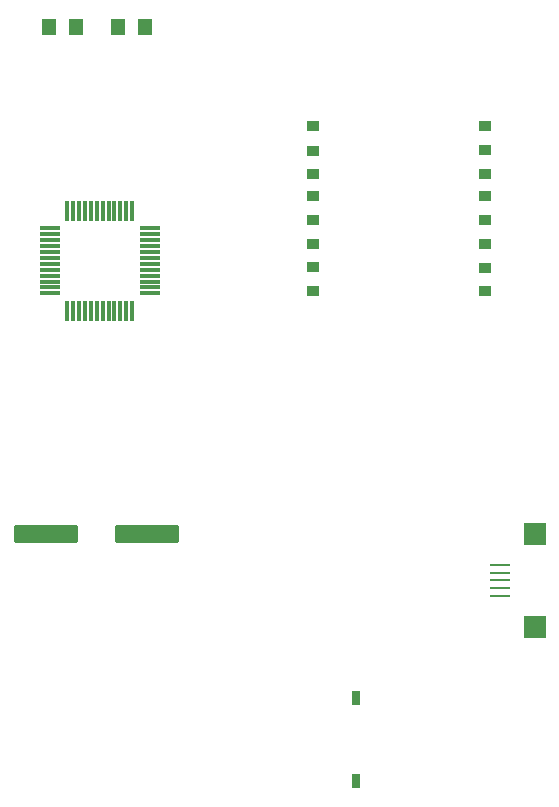
<source format=gtp>
G04*
G04 #@! TF.GenerationSoftware,Altium Limited,Altium Designer,24.4.1 (13)*
G04*
G04 Layer_Color=8421504*
%FSLAX44Y44*%
%MOMM*%
G71*
G04*
G04 #@! TF.SameCoordinates,999ADBB1-789E-4D5B-A825-673993AB2B7E*
G04*
G04*
G04 #@! TF.FilePolarity,Positive*
G04*
G01*
G75*
%ADD24R,1.0000X0.9500*%
%ADD25R,1.2700X1.3970*%
%ADD26R,0.3000X1.7000*%
%ADD27R,1.7000X0.3000*%
G04:AMPARAMS|DCode=28|XSize=5.5mm|YSize=1.5mm|CornerRadius=0.1875mm|HoleSize=0mm|Usage=FLASHONLY|Rotation=0.000|XOffset=0mm|YOffset=0mm|HoleType=Round|Shape=RoundedRectangle|*
%AMROUNDEDRECTD28*
21,1,5.5000,1.1250,0,0,0.0*
21,1,5.1250,1.5000,0,0,0.0*
1,1,0.3750,2.5625,-0.5625*
1,1,0.3750,-2.5625,-0.5625*
1,1,0.3750,-2.5625,0.5625*
1,1,0.3750,2.5625,0.5625*
%
%ADD28ROUNDEDRECTD28*%
%ADD29R,1.7780X0.2540*%
%ADD30R,1.9000X1.9000*%
%ADD31R,0.8000X1.2000*%
D24*
X922020Y551180D02*
D03*
Y570230D02*
D03*
Y590550D02*
D03*
Y610870D02*
D03*
Y631190D02*
D03*
Y650240D02*
D03*
Y670560D02*
D03*
Y690880D02*
D03*
X775970D02*
D03*
Y669290D02*
D03*
Y650240D02*
D03*
Y631190D02*
D03*
Y610870D02*
D03*
Y590550D02*
D03*
Y571500D02*
D03*
Y551180D02*
D03*
D25*
X552450Y774700D02*
D03*
X575310D02*
D03*
X633730D02*
D03*
X610870D02*
D03*
D26*
X568130Y618960D02*
D03*
X573130D02*
D03*
X578130D02*
D03*
X583130D02*
D03*
X588130D02*
D03*
X593130D02*
D03*
X598130D02*
D03*
X603130D02*
D03*
X608130D02*
D03*
X613130D02*
D03*
X618130D02*
D03*
X623130D02*
D03*
Y534200D02*
D03*
X618130D02*
D03*
X613130D02*
D03*
X608130D02*
D03*
X603130D02*
D03*
X598130D02*
D03*
X593130D02*
D03*
X588130D02*
D03*
X583130D02*
D03*
X578130D02*
D03*
X573130D02*
D03*
X568130D02*
D03*
D27*
X638010Y604080D02*
D03*
Y599080D02*
D03*
Y594080D02*
D03*
Y589080D02*
D03*
Y584080D02*
D03*
Y579080D02*
D03*
Y574080D02*
D03*
Y569080D02*
D03*
Y564080D02*
D03*
Y559080D02*
D03*
Y554080D02*
D03*
Y549080D02*
D03*
X553250D02*
D03*
Y554080D02*
D03*
Y559080D02*
D03*
Y564080D02*
D03*
Y569080D02*
D03*
Y574080D02*
D03*
Y579080D02*
D03*
Y584080D02*
D03*
Y589080D02*
D03*
Y594080D02*
D03*
Y599080D02*
D03*
Y604080D02*
D03*
D28*
X635590Y345440D02*
D03*
X550590D02*
D03*
D29*
X934252Y292940D02*
D03*
Y299440D02*
D03*
Y305940D02*
D03*
Y312440D02*
D03*
Y318640D02*
D03*
D30*
X963930Y266440D02*
D03*
Y345440D02*
D03*
D31*
X812800Y136450D02*
D03*
Y206450D02*
D03*
M02*

</source>
